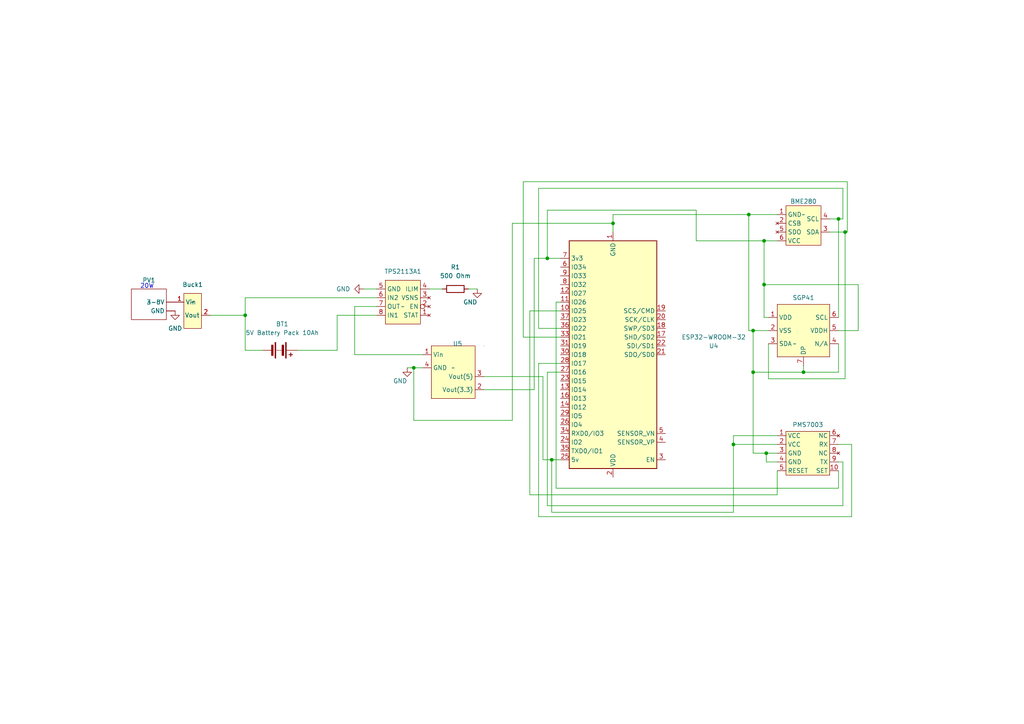
<source format=kicad_sch>
(kicad_sch (version 20230121) (generator eeschema)

  (uuid e7bc662e-c99b-43ba-a32b-4685e210c1bb)

  (paper "A4")

  (lib_symbols
    (symbol "Device:Battery" (pin_numbers hide) (pin_names (offset 0) hide) (in_bom yes) (on_board yes)
      (property "Reference" "BT" (at 2.54 2.54 0)
        (effects (font (size 1.27 1.27)) (justify left))
      )
      (property "Value" "Battery" (at 2.54 0 0)
        (effects (font (size 1.27 1.27)) (justify left))
      )
      (property "Footprint" "" (at 0 1.524 90)
        (effects (font (size 1.27 1.27)) hide)
      )
      (property "Datasheet" "~" (at 0 1.524 90)
        (effects (font (size 1.27 1.27)) hide)
      )
      (property "ki_keywords" "batt voltage-source cell" (at 0 0 0)
        (effects (font (size 1.27 1.27)) hide)
      )
      (property "ki_description" "Multiple-cell battery" (at 0 0 0)
        (effects (font (size 1.27 1.27)) hide)
      )
      (symbol "Battery_0_1"
        (rectangle (start -2.286 -1.27) (end 2.286 -1.524)
          (stroke (width 0) (type default))
          (fill (type outline))
        )
        (rectangle (start -2.286 1.778) (end 2.286 1.524)
          (stroke (width 0) (type default))
          (fill (type outline))
        )
        (rectangle (start -1.524 -2.032) (end 1.524 -2.54)
          (stroke (width 0) (type default))
          (fill (type outline))
        )
        (rectangle (start -1.524 1.016) (end 1.524 0.508)
          (stroke (width 0) (type default))
          (fill (type outline))
        )
        (polyline
          (pts
            (xy 0 -1.016)
            (xy 0 -0.762)
          )
          (stroke (width 0) (type default))
          (fill (type none))
        )
        (polyline
          (pts
            (xy 0 -0.508)
            (xy 0 -0.254)
          )
          (stroke (width 0) (type default))
          (fill (type none))
        )
        (polyline
          (pts
            (xy 0 0)
            (xy 0 0.254)
          )
          (stroke (width 0) (type default))
          (fill (type none))
        )
        (polyline
          (pts
            (xy 0 1.778)
            (xy 0 2.54)
          )
          (stroke (width 0) (type default))
          (fill (type none))
        )
        (polyline
          (pts
            (xy 0.762 3.048)
            (xy 1.778 3.048)
          )
          (stroke (width 0.254) (type default))
          (fill (type none))
        )
        (polyline
          (pts
            (xy 1.27 3.556)
            (xy 1.27 2.54)
          )
          (stroke (width 0.254) (type default))
          (fill (type none))
        )
      )
      (symbol "Battery_1_1"
        (pin passive line (at 0 5.08 270) (length 2.54)
          (name "+" (effects (font (size 1.27 1.27))))
          (number "1" (effects (font (size 1.27 1.27))))
        )
        (pin passive line (at 0 -5.08 90) (length 2.54)
          (name "-" (effects (font (size 1.27 1.27))))
          (number "2" (effects (font (size 1.27 1.27))))
        )
      )
    )
    (symbol "Device:R" (pin_numbers hide) (pin_names (offset 0)) (in_bom yes) (on_board yes)
      (property "Reference" "R" (at 2.032 0 90)
        (effects (font (size 1.27 1.27)))
      )
      (property "Value" "R" (at 0 0 90)
        (effects (font (size 1.27 1.27)))
      )
      (property "Footprint" "" (at -1.778 0 90)
        (effects (font (size 1.27 1.27)) hide)
      )
      (property "Datasheet" "~" (at 0 0 0)
        (effects (font (size 1.27 1.27)) hide)
      )
      (property "ki_keywords" "R res resistor" (at 0 0 0)
        (effects (font (size 1.27 1.27)) hide)
      )
      (property "ki_description" "Resistor" (at 0 0 0)
        (effects (font (size 1.27 1.27)) hide)
      )
      (property "ki_fp_filters" "R_*" (at 0 0 0)
        (effects (font (size 1.27 1.27)) hide)
      )
      (symbol "R_0_1"
        (rectangle (start -1.016 -2.54) (end 1.016 2.54)
          (stroke (width 0.254) (type default))
          (fill (type none))
        )
      )
      (symbol "R_1_1"
        (pin passive line (at 0 3.81 270) (length 1.27)
          (name "~" (effects (font (size 1.27 1.27))))
          (number "1" (effects (font (size 1.27 1.27))))
        )
        (pin passive line (at 0 -3.81 90) (length 1.27)
          (name "~" (effects (font (size 1.27 1.27))))
          (number "2" (effects (font (size 1.27 1.27))))
        )
      )
    )
    (symbol "ESP32-WROOM-32_1" (in_bom yes) (on_board yes)
      (property "Reference" "U1" (at 1.27 -48.26 90)
        (effects (font (size 1.27 1.27)))
      )
      (property "Value" "ESP32-WROOM-32" (at -1.27 -49.53 90)
        (effects (font (size 1.27 1.27)))
      )
      (property "Footprint" "RF_Module:ESP32-WROOM-32" (at 0 -38.1 0)
        (effects (font (size 1.27 1.27)) hide)
      )
      (property "Datasheet" "https://www.espressif.com/sites/default/files/documentation/esp32-wroom-32_datasheet_en.pdf" (at -7.62 1.27 0)
        (effects (font (size 1.27 1.27)) hide)
      )
      (property "ki_keywords" "RF Radio BT ESP ESP32 Espressif onboard PCB antenna" (at 0 0 0)
        (effects (font (size 1.27 1.27)) hide)
      )
      (property "ki_description" "RF Module, ESP32-D0WDQ6 SoC, Wi-Fi 802.11b/g/n, Bluetooth, BLE, 32-bit, 2.7-3.6V, onboard antenna, SMD" (at 0 0 0)
        (effects (font (size 1.27 1.27)) hide)
      )
      (property "ki_fp_filters" "ESP32?WROOM?32*" (at 0 0 0)
        (effects (font (size 1.27 1.27)) hide)
      )
      (symbol "ESP32-WROOM-32_1_0_1"
        (rectangle (start -12.7 33.02) (end 12.7 -33.02)
          (stroke (width 0.254) (type default))
          (fill (type background))
        )
      )
      (symbol "ESP32-WROOM-32_1_1_1"
        (pin power_in line (at 0 -35.56 90) (length 2.54)
          (name "GND" (effects (font (size 1.27 1.27))))
          (number "1" (effects (font (size 1.27 1.27))))
        )
        (pin bidirectional line (at 15.24 -12.7 180) (length 2.54)
          (name "IO25" (effects (font (size 1.27 1.27))))
          (number "10" (effects (font (size 1.27 1.27))))
        )
        (pin bidirectional line (at 15.24 -15.24 180) (length 2.54)
          (name "IO26" (effects (font (size 1.27 1.27))))
          (number "11" (effects (font (size 1.27 1.27))))
        )
        (pin bidirectional line (at 15.24 -17.78 180) (length 2.54)
          (name "IO27" (effects (font (size 1.27 1.27))))
          (number "12" (effects (font (size 1.27 1.27))))
        )
        (pin bidirectional line (at 15.24 10.16 180) (length 2.54)
          (name "IO14" (effects (font (size 1.27 1.27))))
          (number "13" (effects (font (size 1.27 1.27))))
        )
        (pin bidirectional line (at 15.24 15.24 180) (length 2.54)
          (name "IO12" (effects (font (size 1.27 1.27))))
          (number "14" (effects (font (size 1.27 1.27))))
        )
        (pin passive line (at 0 -35.56 90) (length 2.54) hide
          (name "GND" (effects (font (size 1.27 1.27))))
          (number "15" (effects (font (size 1.27 1.27))))
        )
        (pin bidirectional line (at 15.24 12.7 180) (length 2.54)
          (name "IO13" (effects (font (size 1.27 1.27))))
          (number "16" (effects (font (size 1.27 1.27))))
        )
        (pin bidirectional line (at -15.24 -5.08 0) (length 2.54)
          (name "SHD/SD2" (effects (font (size 1.27 1.27))))
          (number "17" (effects (font (size 1.27 1.27))))
        )
        (pin bidirectional line (at -15.24 -7.62 0) (length 2.54)
          (name "SWP/SD3" (effects (font (size 1.27 1.27))))
          (number "18" (effects (font (size 1.27 1.27))))
        )
        (pin bidirectional line (at -15.24 -12.7 0) (length 2.54)
          (name "SCS/CMD" (effects (font (size 1.27 1.27))))
          (number "19" (effects (font (size 1.27 1.27))))
        )
        (pin power_in line (at 0 35.56 270) (length 2.54)
          (name "VDD" (effects (font (size 1.27 1.27))))
          (number "2" (effects (font (size 1.27 1.27))))
        )
        (pin bidirectional line (at -15.24 -10.16 0) (length 2.54)
          (name "SCK/CLK" (effects (font (size 1.27 1.27))))
          (number "20" (effects (font (size 1.27 1.27))))
        )
        (pin bidirectional line (at -15.24 0 0) (length 2.54)
          (name "SDO/SD0" (effects (font (size 1.27 1.27))))
          (number "21" (effects (font (size 1.27 1.27))))
        )
        (pin bidirectional line (at -15.24 -2.54 0) (length 2.54)
          (name "SDI/SD1" (effects (font (size 1.27 1.27))))
          (number "22" (effects (font (size 1.27 1.27))))
        )
        (pin bidirectional line (at 15.24 7.62 180) (length 2.54)
          (name "IO15" (effects (font (size 1.27 1.27))))
          (number "23" (effects (font (size 1.27 1.27))))
        )
        (pin bidirectional line (at 15.24 25.4 180) (length 2.54)
          (name "IO2" (effects (font (size 1.27 1.27))))
          (number "24" (effects (font (size 1.27 1.27))))
        )
        (pin bidirectional line (at 15.24 30.48 180) (length 2.54)
          (name "5v" (effects (font (size 1.27 1.27))))
          (number "25" (effects (font (size 1.27 1.27))))
        )
        (pin bidirectional line (at 15.24 20.32 180) (length 2.54)
          (name "IO4" (effects (font (size 1.27 1.27))))
          (number "26" (effects (font (size 1.27 1.27))))
        )
        (pin bidirectional line (at 15.24 5.08 180) (length 2.54)
          (name "IO16" (effects (font (size 1.27 1.27))))
          (number "27" (effects (font (size 1.27 1.27))))
        )
        (pin bidirectional line (at 15.24 2.54 180) (length 2.54)
          (name "IO17" (effects (font (size 1.27 1.27))))
          (number "28" (effects (font (size 1.27 1.27))))
        )
        (pin bidirectional line (at 15.24 17.78 180) (length 2.54)
          (name "IO5" (effects (font (size 1.27 1.27))))
          (number "29" (effects (font (size 1.27 1.27))))
        )
        (pin input line (at -15.24 30.48 0) (length 2.54)
          (name "EN" (effects (font (size 1.27 1.27))))
          (number "3" (effects (font (size 1.27 1.27))))
        )
        (pin bidirectional line (at 15.24 0 180) (length 2.54)
          (name "IO18" (effects (font (size 1.27 1.27))))
          (number "30" (effects (font (size 1.27 1.27))))
        )
        (pin bidirectional line (at 15.24 -2.54 180) (length 2.54)
          (name "IO19" (effects (font (size 1.27 1.27))))
          (number "31" (effects (font (size 1.27 1.27))))
        )
        (pin no_connect line (at -12.7 -27.94 0) (length 2.54) hide
          (name "NC" (effects (font (size 1.27 1.27))))
          (number "32" (effects (font (size 1.27 1.27))))
        )
        (pin bidirectional line (at 15.24 -5.08 180) (length 2.54)
          (name "IO21" (effects (font (size 1.27 1.27))))
          (number "33" (effects (font (size 1.27 1.27))))
        )
        (pin bidirectional line (at 15.24 22.86 180) (length 2.54)
          (name "RXD0/IO3" (effects (font (size 1.27 1.27))))
          (number "34" (effects (font (size 1.27 1.27))))
        )
        (pin bidirectional line (at 15.24 27.94 180) (length 2.54)
          (name "TXD0/IO1" (effects (font (size 1.27 1.27))))
          (number "35" (effects (font (size 1.27 1.27))))
        )
        (pin bidirectional line (at 15.24 -7.62 180) (length 2.54)
          (name "IO22" (effects (font (size 1.27 1.27))))
          (number "36" (effects (font (size 1.27 1.27))))
        )
        (pin bidirectional line (at 15.24 -10.16 180) (length 2.54)
          (name "IO23" (effects (font (size 1.27 1.27))))
          (number "37" (effects (font (size 1.27 1.27))))
        )
        (pin passive line (at 0 -35.56 90) (length 2.54) hide
          (name "GND" (effects (font (size 1.27 1.27))))
          (number "38" (effects (font (size 1.27 1.27))))
        )
        (pin passive line (at 0 -35.56 90) (length 2.54) hide
          (name "GND" (effects (font (size 1.27 1.27))))
          (number "39" (effects (font (size 1.27 1.27))))
        )
        (pin input line (at -15.24 25.4 0) (length 2.54)
          (name "SENSOR_VP" (effects (font (size 1.27 1.27))))
          (number "4" (effects (font (size 1.27 1.27))))
        )
        (pin input line (at -15.24 22.86 0) (length 2.54)
          (name "SENSOR_VN" (effects (font (size 1.27 1.27))))
          (number "5" (effects (font (size 1.27 1.27))))
        )
        (pin input line (at 15.24 -25.4 180) (length 2.54)
          (name "IO34" (effects (font (size 1.27 1.27))))
          (number "6" (effects (font (size 1.27 1.27))))
        )
        (pin bidirectional line (at 15.24 -27.94 180) (length 2.54)
          (name "3v3" (effects (font (size 1.27 1.27))))
          (number "7" (effects (font (size 1.27 1.27))))
        )
        (pin bidirectional line (at 15.24 -20.32 180) (length 2.54)
          (name "IO32" (effects (font (size 1.27 1.27))))
          (number "8" (effects (font (size 1.27 1.27))))
        )
        (pin bidirectional line (at 15.24 -22.86 180) (length 2.54)
          (name "IO33" (effects (font (size 1.27 1.27))))
          (number "9" (effects (font (size 1.27 1.27))))
        )
      )
    )
    (symbol "New_Library:buck" (in_bom yes) (on_board yes)
      (property "Reference" "U" (at 0 3.81 0)
        (effects (font (size 1.27 1.27)))
      )
      (property "Value" "" (at 0 0 0)
        (effects (font (size 1.27 1.27)))
      )
      (property "Footprint" "" (at 0 0 0)
        (effects (font (size 1.27 1.27)) hide)
      )
      (property "Datasheet" "" (at 0 0 0)
        (effects (font (size 1.27 1.27)) hide)
      )
      (symbol "buck_1_1"
        (rectangle (start -2.54 2.54) (end 2.54 -7.62)
          (stroke (width 0) (type default))
          (fill (type background))
        )
        (pin input line (at -5.08 0 0) (length 2.54)
          (name "Vin" (effects (font (size 1.27 1.27))))
          (number "1" (effects (font (size 1.27 1.27))))
        )
        (pin output line (at 5.08 -3.81 180) (length 2.54)
          (name "Vout" (effects (font (size 1.27 1.27))))
          (number "2" (effects (font (size 1.27 1.27))))
        )
      )
    )
    (symbol "New_Library:tsp2113apw" (in_bom yes) (on_board yes)
      (property "Reference" "U" (at 0 6.35 0)
        (effects (font (size 1.27 1.27)))
      )
      (property "Value" "" (at 0 0 0)
        (effects (font (size 1.27 1.27)))
      )
      (property "Footprint" "" (at 0 0 0)
        (effects (font (size 1.27 1.27)) hide)
      )
      (property "Datasheet" "" (at 0 0 0)
        (effects (font (size 1.27 1.27)) hide)
      )
      (symbol "tsp2113apw_1_1"
        (rectangle (start -5.08 5.08) (end 5.08 -7.62)
          (stroke (width 0) (type default))
          (fill (type background))
        )
        (pin no_connect line (at -7.62 2.54 0) (length 2.54)
          (name "STAT" (effects (font (size 1.27 1.27))))
          (number "1" (effects (font (size 1.27 1.27))))
        )
        (pin no_connect inverted (at -7.62 0 0) (length 2.54)
          (name "EN" (effects (font (size 1.27 1.27))))
          (number "2" (effects (font (size 1.27 1.27))))
        )
        (pin no_connect line (at -7.62 -2.54 0) (length 2.54)
          (name "VSNS" (effects (font (size 1.27 1.27))))
          (number "3" (effects (font (size 1.27 1.27))))
        )
        (pin input line (at -7.62 -5.08 0) (length 2.54)
          (name "ILIM" (effects (font (size 1.27 1.27))))
          (number "4" (effects (font (size 1.27 1.27))))
        )
        (pin power_in line (at 7.62 -5.08 180) (length 2.54)
          (name "GND" (effects (font (size 1.27 1.27))))
          (number "5" (effects (font (size 1.27 1.27))))
        )
        (pin power_in line (at 7.62 -2.54 180) (length 2.54)
          (name "IN2" (effects (font (size 1.27 1.27))))
          (number "6" (effects (font (size 1.27 1.27))))
        )
        (pin power_out line (at 7.62 0 180) (length 2.54)
          (name "OUT" (effects (font (size 1.27 1.27))))
          (number "7" (effects (font (size 1.27 1.27))))
        )
        (pin power_in line (at 7.62 2.54 180) (length 2.54)
          (name "IN1" (effects (font (size 1.27 1.27))))
          (number "8" (effects (font (size 1.27 1.27))))
        )
      )
    )
    (symbol "Solar_Panel_1" (in_bom yes) (on_board yes)
      (property "Reference" "PV" (at 0 7.62 0)
        (effects (font (size 1.27 1.27)))
      )
      (property "Value" "~" (at 0 0 0)
        (effects (font (size 1.27 1.27)))
      )
      (property "Footprint" "" (at 0 0 0)
        (effects (font (size 1.27 1.27)) hide)
      )
      (property "Datasheet" "" (at 0 0 0)
        (effects (font (size 1.27 1.27)) hide)
      )
      (symbol "Solar_Panel_1_0_1"
        (rectangle (start -5.08 3.81) (end 5.08 -5.08)
          (stroke (width 0) (type default))
          (fill (type none))
        )
      )
      (symbol "Solar_Panel_1_1_1"
        (pin power_out line (at 7.62 0 180) (length 2.54)
          (name "3-8V" (effects (font (size 1.27 1.27))))
          (number "" (effects (font (size 1.27 1.27))))
        )
        (pin power_out line (at 7.62 -2.54 180) (length 2.54)
          (name "GND" (effects (font (size 1.27 1.27))))
          (number "" (effects (font (size 1.27 1.27))))
        )
      )
    )
    (symbol "outdoor module:HW-131" (in_bom yes) (on_board yes)
      (property "Reference" "U" (at 0 7.62 0)
        (effects (font (size 1.27 1.27)))
      )
      (property "Value" "" (at 0 0 0)
        (effects (font (size 1.27 1.27)))
      )
      (property "Footprint" "" (at 0 0 0)
        (effects (font (size 1.27 1.27)) hide)
      )
      (property "Datasheet" "" (at 0 0 0)
        (effects (font (size 1.27 1.27)) hide)
      )
      (symbol "HW-131_0_1"
        (rectangle (start 8.89 6.35) (end 8.89 6.35)
          (stroke (width 0) (type default))
          (fill (type none))
        )
      )
      (symbol "HW-131_1_1"
        (rectangle (start -6.35 6.35) (end 6.35 -8.89)
          (stroke (width 0) (type default))
          (fill (type background))
        )
        (pin power_in line (at -8.89 3.81 0) (length 2.54)
          (name "Vin" (effects (font (size 1.27 1.27))))
          (number "1" (effects (font (size 1.27 1.27))))
        )
        (pin power_out line (at 8.89 -6.35 180) (length 2.54)
          (name "Vout(3.3)" (effects (font (size 1.27 1.27))))
          (number "2" (effects (font (size 1.27 1.27))))
        )
        (pin power_out line (at 8.89 -2.54 180) (length 2.54)
          (name "Vout(5)" (effects (font (size 1.27 1.27))))
          (number "3" (effects (font (size 1.27 1.27))))
        )
        (pin input line (at -8.89 0 0) (length 2.54)
          (name "GND" (effects (font (size 1.27 1.27))))
          (number "4" (effects (font (size 1.27 1.27))))
        )
      )
    )
    (symbol "outdoor module:PMS7003" (in_bom yes) (on_board yes)
      (property "Reference" "U" (at 0 5.08 0)
        (effects (font (size 1.27 1.27)))
      )
      (property "Value" "PMS7003" (at 0 0 0)
        (effects (font (size 1.27 1.27)))
      )
      (property "Footprint" "" (at 0 0 0)
        (effects (font (size 1.27 1.27)) hide)
      )
      (property "Datasheet" "" (at 0 0 0)
        (effects (font (size 1.27 1.27)) hide)
      )
      (symbol "PMS7003_1_1"
        (rectangle (start -6.35 3.81) (end 6.35 -8.89)
          (stroke (width 0) (type default))
          (fill (type background))
        )
        (pin power_in line (at -8.89 2.54 0) (length 2.54)
          (name "VCC" (effects (font (size 1.27 1.27))))
          (number "1" (effects (font (size 1.27 1.27))))
        )
        (pin input line (at 8.89 -7.62 180) (length 2.54)
          (name "SET" (effects (font (size 1.27 1.27))))
          (number "10" (effects (font (size 1.27 1.27))))
        )
        (pin power_in line (at -8.89 0 0) (length 2.54)
          (name "VCC" (effects (font (size 1.27 1.27))))
          (number "2" (effects (font (size 1.27 1.27))))
        )
        (pin power_in line (at -8.89 -2.54 0) (length 2.54)
          (name "GND" (effects (font (size 1.27 1.27))))
          (number "3" (effects (font (size 1.27 1.27))))
        )
        (pin power_in line (at -8.89 -5.08 0) (length 2.54)
          (name "GND" (effects (font (size 1.27 1.27))))
          (number "4" (effects (font (size 1.27 1.27))))
        )
        (pin input line (at -8.89 -7.62 0) (length 2.54)
          (name "RESET" (effects (font (size 1.27 1.27))))
          (number "5" (effects (font (size 1.27 1.27))))
        )
        (pin no_connect line (at 8.89 2.54 180) (length 2.54)
          (name "NC" (effects (font (size 1.27 1.27))))
          (number "6" (effects (font (size 1.27 1.27))))
        )
        (pin input line (at 8.89 0 180) (length 2.54)
          (name "RX" (effects (font (size 1.27 1.27))))
          (number "7" (effects (font (size 1.27 1.27))))
        )
        (pin no_connect line (at 8.89 -2.54 180) (length 2.54)
          (name "NC" (effects (font (size 1.27 1.27))))
          (number "8" (effects (font (size 1.27 1.27))))
        )
        (pin output line (at 8.89 -5.08 180) (length 2.54)
          (name "TX" (effects (font (size 1.27 1.27))))
          (number "9" (effects (font (size 1.27 1.27))))
        )
      )
    )
    (symbol "outdoor module:bme280" (in_bom yes) (on_board yes)
      (property "Reference" "U" (at 0 3.81 0)
        (effects (font (size 1.27 1.27)))
      )
      (property "Value" "" (at 0 0 0)
        (effects (font (size 1.27 1.27)))
      )
      (property "Footprint" "" (at 0 0 0)
        (effects (font (size 1.27 1.27)) hide)
      )
      (property "Datasheet" "" (at 0 0 0)
        (effects (font (size 1.27 1.27)) hide)
      )
      (symbol "bme280_1_1"
        (rectangle (start -5.08 2.54) (end 5.08 -8.89)
          (stroke (width 0) (type default))
          (fill (type background))
        )
        (pin power_in line (at -7.62 0 0) (length 2.54)
          (name "GND" (effects (font (size 1.27 1.27))))
          (number "1" (effects (font (size 1.27 1.27))))
        )
        (pin no_connect line (at -7.62 -2.54 0) (length 2.54)
          (name "CSB" (effects (font (size 1.27 1.27))))
          (number "2" (effects (font (size 1.27 1.27))))
        )
        (pin bidirectional line (at 7.62 -5.08 180) (length 2.54)
          (name "SDA" (effects (font (size 1.27 1.27))))
          (number "3" (effects (font (size 1.27 1.27))))
        )
        (pin input line (at 7.62 -1.27 180) (length 2.54)
          (name "SCL" (effects (font (size 1.27 1.27))))
          (number "4" (effects (font (size 1.27 1.27))))
        )
        (pin no_connect line (at -7.62 -5.08 0) (length 2.54)
          (name "SDO" (effects (font (size 1.27 1.27))))
          (number "5" (effects (font (size 1.27 1.27))))
        )
        (pin power_in line (at -7.62 -7.62 0) (length 2.54)
          (name "VCC" (effects (font (size 1.27 1.27))))
          (number "6" (effects (font (size 1.27 1.27))))
        )
      )
    )
    (symbol "outdoor module:spg41" (in_bom yes) (on_board yes)
      (property "Reference" "U" (at 0 8.89 0)
        (effects (font (size 1.27 1.27)))
      )
      (property "Value" "" (at -2.54 -3.81 0)
        (effects (font (size 1.27 1.27)))
      )
      (property "Footprint" "" (at -2.54 -3.81 0)
        (effects (font (size 1.27 1.27)) hide)
      )
      (property "Datasheet" "" (at -2.54 -3.81 0)
        (effects (font (size 1.27 1.27)) hide)
      )
      (symbol "spg41_1_1"
        (rectangle (start -7.62 7.62) (end 7.62 -7.62)
          (stroke (width 0) (type default))
          (fill (type background))
        )
        (pin power_in line (at -10.16 3.81 0) (length 2.54)
          (name "VDD" (effects (font (size 1.27 1.27))))
          (number "1" (effects (font (size 1.27 1.27))))
        )
        (pin power_in line (at -10.16 0 0) (length 2.54)
          (name "VSS" (effects (font (size 1.27 1.27))))
          (number "2" (effects (font (size 1.27 1.27))))
        )
        (pin bidirectional line (at -10.16 -3.81 0) (length 2.54)
          (name "SDA" (effects (font (size 1.27 1.27))))
          (number "3" (effects (font (size 1.27 1.27))))
        )
        (pin power_in line (at 10.16 -3.81 180) (length 2.54)
          (name "N/A" (effects (font (size 1.27 1.27))))
          (number "4" (effects (font (size 1.27 1.27))))
        )
        (pin power_in line (at 10.16 0 180) (length 2.54)
          (name "VDDH" (effects (font (size 1.27 1.27))))
          (number "5" (effects (font (size 1.27 1.27))))
        )
        (pin input line (at 10.16 3.81 180) (length 2.54)
          (name "SCL" (effects (font (size 1.27 1.27))))
          (number "6" (effects (font (size 1.27 1.27))))
        )
        (pin power_in line (at 0 -10.16 90) (length 2.54)
          (name "DP" (effects (font (size 1.27 1.27))))
          (number "7" (effects (font (size 1.27 1.27))))
        )
      )
    )
    (symbol "power:GND" (power) (pin_names (offset 0)) (in_bom yes) (on_board yes)
      (property "Reference" "#PWR" (at 0 -6.35 0)
        (effects (font (size 1.27 1.27)) hide)
      )
      (property "Value" "GND" (at 0 -3.81 0)
        (effects (font (size 1.27 1.27)))
      )
      (property "Footprint" "" (at 0 0 0)
        (effects (font (size 1.27 1.27)) hide)
      )
      (property "Datasheet" "" (at 0 0 0)
        (effects (font (size 1.27 1.27)) hide)
      )
      (property "ki_keywords" "global power" (at 0 0 0)
        (effects (font (size 1.27 1.27)) hide)
      )
      (property "ki_description" "Power symbol creates a global label with name \"GND\" , ground" (at 0 0 0)
        (effects (font (size 1.27 1.27)) hide)
      )
      (symbol "GND_0_1"
        (polyline
          (pts
            (xy 0 0)
            (xy 0 -1.27)
            (xy 1.27 -1.27)
            (xy 0 -2.54)
            (xy -1.27 -1.27)
            (xy 0 -1.27)
          )
          (stroke (width 0) (type default))
          (fill (type none))
        )
      )
      (symbol "GND_1_1"
        (pin power_in line (at 0 0 270) (length 0) hide
          (name "GND" (effects (font (size 1.27 1.27))))
          (number "1" (effects (font (size 1.27 1.27))))
        )
      )
    )
  )

  (junction (at 243.205 63.5) (diameter 0) (color 0 0 0 0)
    (uuid 00f16cc5-fd80-4693-9c60-808b18f511ff)
  )
  (junction (at 120.015 106.68) (diameter 0) (color 0 0 0 0)
    (uuid 2540f06b-baff-4d8e-8966-3922f59cc017)
  )
  (junction (at 177.8 64.77) (diameter 0) (color 0 0 0 0)
    (uuid 299feb18-9c4c-4669-a7b8-eb3896a0fc1a)
  )
  (junction (at 245.11 67.31) (diameter 0) (color 0 0 0 0)
    (uuid 4321876b-629c-42c5-88f3-5595f9d0d4ad)
  )
  (junction (at 218.44 95.885) (diameter 0) (color 0 0 0 0)
    (uuid 4b133348-56f0-412a-9639-47322552529a)
  )
  (junction (at 221.615 69.85) (diameter 0) (color 0 0 0 0)
    (uuid 57a85408-f087-4eef-9c4d-a0e2b55fdf07)
  )
  (junction (at 218.44 107.95) (diameter 0) (color 0 0 0 0)
    (uuid 7d901c57-57a2-4cc2-8315-99ff113d308e)
  )
  (junction (at 160.02 133.35) (diameter 0) (color 0 0 0 0)
    (uuid 7effcd81-98d4-42bb-9771-65dc51b02c86)
  )
  (junction (at 158.75 74.93) (diameter 0) (color 0 0 0 0)
    (uuid 8b2803fc-fa56-436f-a5b7-d64714a996a3)
  )
  (junction (at 212.725 128.905) (diameter 0) (color 0 0 0 0)
    (uuid 8e4f6de9-fe55-4bb8-a091-c6dfb41e6ca7)
  )
  (junction (at 222.25 131.445) (diameter 0) (color 0 0 0 0)
    (uuid 9e211415-6d19-451f-926d-839cbee42542)
  )
  (junction (at 233.045 107.95) (diameter 0) (color 0 0 0 0)
    (uuid a9c61fe4-6133-4e6f-ae58-46bad5207ba1)
  )
  (junction (at 221.615 82.55) (diameter 0) (color 0 0 0 0)
    (uuid b7bee8ba-09e2-4829-a5ec-5b50ab375e7c)
  )
  (junction (at 71.12 91.44) (diameter 0) (color 0 0 0 0)
    (uuid be6f6a81-529e-4e96-804e-7ebd5b27f84d)
  )
  (junction (at 217.17 62.23) (diameter 0) (color 0 0 0 0)
    (uuid fbdcd568-4b27-4c4b-a624-46fa71171e5c)
  )

  (wire (pts (xy 105.41 83.82) (xy 109.22 83.82))
    (stroke (width 0) (type default))
    (uuid 016f3035-4a4e-4505-a24e-532023e7b534)
  )
  (wire (pts (xy 244.475 54.61) (xy 244.475 63.5))
    (stroke (width 0) (type default))
    (uuid 020ffc86-0867-4192-9bc2-05efbcd679a4)
  )
  (wire (pts (xy 247.015 149.86) (xy 247.015 128.905))
    (stroke (width 0) (type default))
    (uuid 02e35ffb-5574-4d72-82de-1ec132d2d8a4)
  )
  (wire (pts (xy 151.765 52.705) (xy 245.745 52.705))
    (stroke (width 0) (type default))
    (uuid 06641d54-d46a-4f9e-9676-53d124f4f1d8)
  )
  (wire (pts (xy 177.8 64.77) (xy 177.8 67.31))
    (stroke (width 0) (type default))
    (uuid 0edf3c1c-26aa-4961-b2b2-5a516501300e)
  )
  (wire (pts (xy 135.89 83.82) (xy 138.43 83.82))
    (stroke (width 0) (type default))
    (uuid 10b11a7c-ae31-4d77-bf44-bee39f860bdb)
  )
  (wire (pts (xy 218.44 95.885) (xy 217.17 95.885))
    (stroke (width 0) (type default))
    (uuid 11d6410b-466e-4ee3-882e-9912e5eef58e)
  )
  (wire (pts (xy 221.615 82.55) (xy 221.615 69.85))
    (stroke (width 0) (type default))
    (uuid 15739b9a-aa59-4923-adc4-c5d11c736e56)
  )
  (wire (pts (xy 158.75 60.96) (xy 158.75 74.93))
    (stroke (width 0) (type default))
    (uuid 15c378bb-7806-49f0-8b4d-da811aee5da9)
  )
  (wire (pts (xy 225.425 133.985) (xy 222.25 133.985))
    (stroke (width 0) (type default))
    (uuid 19a40033-0f16-4cf5-8066-44fb262ec7b9)
  )
  (wire (pts (xy 243.205 95.885) (xy 248.92 95.885))
    (stroke (width 0) (type default))
    (uuid 19f06e6a-f942-4423-bb72-d13603021b09)
  )
  (wire (pts (xy 222.25 131.445) (xy 218.44 131.445))
    (stroke (width 0) (type default))
    (uuid 1e6471d6-35b1-47a3-848c-1e5e91045c73)
  )
  (wire (pts (xy 233.045 106.045) (xy 233.045 107.95))
    (stroke (width 0) (type default))
    (uuid 2476072b-5106-4c00-9d90-cb251ebdc61f)
  )
  (wire (pts (xy 217.17 95.885) (xy 217.17 62.23))
    (stroke (width 0) (type default))
    (uuid 2524bac3-7bd3-45b6-9beb-67772ff92fe4)
  )
  (wire (pts (xy 157.48 133.35) (xy 160.02 133.35))
    (stroke (width 0) (type default))
    (uuid 26ec9e85-1dbc-4a39-aad4-f3dbc2974906)
  )
  (wire (pts (xy 71.12 101.6) (xy 76.2 101.6))
    (stroke (width 0) (type default))
    (uuid 27289bb4-86a7-427d-9680-7c776300f343)
  )
  (wire (pts (xy 151.765 97.79) (xy 151.765 52.705))
    (stroke (width 0) (type default))
    (uuid 27a9bbb0-834f-49e7-a93d-35569c9dfa14)
  )
  (wire (pts (xy 201.93 60.96) (xy 158.75 60.96))
    (stroke (width 0) (type default))
    (uuid 29e41488-3370-44fc-9de1-927bd262aa9b)
  )
  (wire (pts (xy 148.59 121.92) (xy 120.015 121.92))
    (stroke (width 0) (type default))
    (uuid 30213d5d-4cd0-4952-bae9-460200e731c7)
  )
  (wire (pts (xy 60.96 91.44) (xy 71.12 91.44))
    (stroke (width 0) (type default))
    (uuid 35c8e0cf-dcdd-4d94-81ff-4184b5970e51)
  )
  (wire (pts (xy 240.665 63.5) (xy 243.205 63.5))
    (stroke (width 0) (type default))
    (uuid 3bd255e4-3117-4511-98ba-02e284a1b003)
  )
  (wire (pts (xy 245.11 109.855) (xy 245.11 67.31))
    (stroke (width 0) (type default))
    (uuid 3f26f5e6-62ba-4a30-b066-44bc125f81f9)
  )
  (wire (pts (xy 102.87 88.9) (xy 109.22 88.9))
    (stroke (width 0) (type default))
    (uuid 42d7c3a7-4857-4928-8c8e-6b8b1a913e56)
  )
  (wire (pts (xy 243.205 136.525) (xy 243.205 141.605))
    (stroke (width 0) (type default))
    (uuid 49ab9b7f-7976-48a1-ab9d-ac01f2739ec3)
  )
  (wire (pts (xy 201.93 69.85) (xy 201.93 60.96))
    (stroke (width 0) (type default))
    (uuid 5505f251-a047-4d0a-b3cc-e06db22ab382)
  )
  (wire (pts (xy 244.475 133.985) (xy 244.475 146.685))
    (stroke (width 0) (type default))
    (uuid 550db327-f52f-4cee-a692-cb1051aa4cf3)
  )
  (wire (pts (xy 225.425 126.365) (xy 212.725 126.365))
    (stroke (width 0) (type default))
    (uuid 568da3e3-8e39-4c75-be69-10976777a918)
  )
  (wire (pts (xy 140.335 109.22) (xy 157.48 109.22))
    (stroke (width 0) (type default))
    (uuid 5a5e7ffd-478d-4571-b54d-ae4fc1c19dbf)
  )
  (wire (pts (xy 118.11 106.68) (xy 120.015 106.68))
    (stroke (width 0) (type default))
    (uuid 5e92caed-4340-4c3c-bb59-a16aa4a64f61)
  )
  (wire (pts (xy 217.17 62.23) (xy 177.8 62.23))
    (stroke (width 0) (type default))
    (uuid 62f309cd-1713-4f61-b3a5-10a2cdfb6072)
  )
  (wire (pts (xy 221.615 92.075) (xy 221.615 82.55))
    (stroke (width 0) (type default))
    (uuid 6322c8f0-2d4a-4add-937d-70c22fc5c40e)
  )
  (wire (pts (xy 222.25 133.985) (xy 222.25 131.445))
    (stroke (width 0) (type default))
    (uuid 65cdc8d9-1436-47ff-9cf2-feb4cb18477c)
  )
  (wire (pts (xy 225.425 143.51) (xy 153.67 143.51))
    (stroke (width 0) (type default))
    (uuid 68dcec77-1c01-4054-af1e-841be18c66a7)
  )
  (wire (pts (xy 156.21 95.25) (xy 156.21 54.61))
    (stroke (width 0) (type default))
    (uuid 69c545c3-cc14-4201-b4a4-4f1499cd3019)
  )
  (wire (pts (xy 156.21 149.86) (xy 247.015 149.86))
    (stroke (width 0) (type default))
    (uuid 69efd06b-0808-45de-8a1f-d45fbc42ea8d)
  )
  (wire (pts (xy 97.79 101.6) (xy 97.79 91.44))
    (stroke (width 0) (type default))
    (uuid 6cc1aa8d-5695-4abe-a141-00550fee6ff8)
  )
  (wire (pts (xy 177.8 62.23) (xy 177.8 64.77))
    (stroke (width 0) (type default))
    (uuid 6d179ff2-ab83-428e-9e99-1c7fb9f79c7c)
  )
  (wire (pts (xy 161.29 87.63) (xy 162.56 87.63))
    (stroke (width 0) (type default))
    (uuid 6e938a77-5284-4d01-b812-3708d404f69b)
  )
  (wire (pts (xy 247.015 128.905) (xy 243.205 128.905))
    (stroke (width 0) (type default))
    (uuid 6fa6c902-641b-4792-a720-17de3fe5e66b)
  )
  (wire (pts (xy 248.92 82.55) (xy 221.615 82.55))
    (stroke (width 0) (type default))
    (uuid 7591008e-b1a9-4bc0-95c9-f5de4b407d7c)
  )
  (wire (pts (xy 243.205 107.95) (xy 233.045 107.95))
    (stroke (width 0) (type default))
    (uuid 78c93c0b-5d78-45ea-96c1-b0d0511a9e21)
  )
  (wire (pts (xy 225.425 136.525) (xy 225.425 143.51))
    (stroke (width 0) (type default))
    (uuid 7ab7647a-caaa-494b-bcbd-748c1cfd5871)
  )
  (wire (pts (xy 71.12 91.44) (xy 71.12 101.6))
    (stroke (width 0) (type default))
    (uuid 7b0e90e3-51dd-406c-bbaf-ceaa58c1fa0a)
  )
  (wire (pts (xy 86.36 101.6) (xy 97.79 101.6))
    (stroke (width 0) (type default))
    (uuid 7e49dfbe-5d63-468a-a33b-5c801147ceb1)
  )
  (wire (pts (xy 243.205 141.605) (xy 161.29 141.605))
    (stroke (width 0) (type default))
    (uuid 829b523e-7a16-4869-b480-2cccca941304)
  )
  (wire (pts (xy 222.885 92.075) (xy 221.615 92.075))
    (stroke (width 0) (type default))
    (uuid 87551efc-bf64-4e2b-ad17-29a08b261584)
  )
  (wire (pts (xy 154.94 74.93) (xy 158.75 74.93))
    (stroke (width 0) (type default))
    (uuid 8b8512ec-79a5-4500-810f-22666a95f156)
  )
  (wire (pts (xy 102.87 102.87) (xy 102.87 88.9))
    (stroke (width 0) (type default))
    (uuid 8c081c01-daff-482d-876e-93a1b7aaf9bc)
  )
  (wire (pts (xy 71.12 86.36) (xy 71.12 91.44))
    (stroke (width 0) (type default))
    (uuid 8ce0d44f-40ee-4eeb-b94f-f6890cc37b4e)
  )
  (wire (pts (xy 222.885 109.855) (xy 245.11 109.855))
    (stroke (width 0) (type default))
    (uuid 9099c6a6-d916-4e50-bd0b-fd0b68f097c1)
  )
  (wire (pts (xy 158.75 146.685) (xy 158.75 107.95))
    (stroke (width 0) (type default))
    (uuid 91de77b1-06da-4bd4-b431-1822ad618518)
  )
  (wire (pts (xy 158.75 107.95) (xy 162.56 107.95))
    (stroke (width 0) (type default))
    (uuid 99a73aa2-36f8-4b3c-8e55-70ce261de403)
  )
  (wire (pts (xy 160.02 133.35) (xy 162.56 133.35))
    (stroke (width 0) (type default))
    (uuid 9a7bf658-455b-4bac-bbc5-a264bd7e102b)
  )
  (wire (pts (xy 222.885 99.695) (xy 222.885 109.855))
    (stroke (width 0) (type default))
    (uuid 9bdb3df9-887d-4ffb-8e21-22aa045d146d)
  )
  (wire (pts (xy 148.59 64.77) (xy 177.8 64.77))
    (stroke (width 0) (type default))
    (uuid 9d4bf5fd-e4d5-49f6-8d20-db02d4dce989)
  )
  (wire (pts (xy 243.205 99.695) (xy 243.205 107.95))
    (stroke (width 0) (type default))
    (uuid a5d53ced-32a6-40f9-9847-85e6232c713b)
  )
  (wire (pts (xy 218.44 107.95) (xy 218.44 95.885))
    (stroke (width 0) (type default))
    (uuid a60186cf-ed13-459f-8f2d-c04d11d526a5)
  )
  (wire (pts (xy 243.205 63.5) (xy 244.475 63.5))
    (stroke (width 0) (type default))
    (uuid a6260349-9fb8-40b6-80cd-96f7677f752f)
  )
  (wire (pts (xy 156.21 54.61) (xy 244.475 54.61))
    (stroke (width 0) (type default))
    (uuid a653560e-7079-4b12-8a38-e84a87f704a4)
  )
  (wire (pts (xy 156.21 105.41) (xy 156.21 149.86))
    (stroke (width 0) (type default))
    (uuid a6763a2a-7f7e-4803-84b1-b371ff862186)
  )
  (wire (pts (xy 212.725 128.905) (xy 212.725 148.59))
    (stroke (width 0) (type default))
    (uuid a9851310-4a4c-493d-b2f6-e3c9745dcecd)
  )
  (wire (pts (xy 245.11 67.31) (xy 240.665 67.31))
    (stroke (width 0) (type default))
    (uuid a9f20fbf-181b-45f0-b7b6-5105123de0b6)
  )
  (wire (pts (xy 162.56 97.79) (xy 151.765 97.79))
    (stroke (width 0) (type default))
    (uuid ab958b2e-8c30-408d-b00d-6a54f1311297)
  )
  (wire (pts (xy 212.725 148.59) (xy 160.02 148.59))
    (stroke (width 0) (type default))
    (uuid ae8bf7bc-7440-40bb-909c-b83997801130)
  )
  (wire (pts (xy 153.67 143.51) (xy 153.67 90.17))
    (stroke (width 0) (type default))
    (uuid b31e852c-6f13-4281-8cea-0f8f22a63d6b)
  )
  (wire (pts (xy 157.48 109.22) (xy 157.48 133.35))
    (stroke (width 0) (type default))
    (uuid b3aafa33-3049-409b-89d4-db2d21dbb2ca)
  )
  (wire (pts (xy 243.205 92.075) (xy 243.205 63.5))
    (stroke (width 0) (type default))
    (uuid b50b8981-7010-4a44-9fa1-b73aa19e147e)
  )
  (wire (pts (xy 225.425 131.445) (xy 222.25 131.445))
    (stroke (width 0) (type default))
    (uuid bcf4675a-2320-4f15-af2c-a5b37bfa6dae)
  )
  (wire (pts (xy 160.02 133.35) (xy 160.02 148.59))
    (stroke (width 0) (type default))
    (uuid bd05531f-e346-4292-a844-a7a076eb2071)
  )
  (wire (pts (xy 245.745 67.31) (xy 245.11 67.31))
    (stroke (width 0) (type default))
    (uuid bdefb12f-a614-46db-84b5-fb3a409c46b9)
  )
  (wire (pts (xy 162.56 95.25) (xy 156.21 95.25))
    (stroke (width 0) (type default))
    (uuid be91db78-0b02-4db5-a215-721e6df3db49)
  )
  (wire (pts (xy 97.79 91.44) (xy 109.22 91.44))
    (stroke (width 0) (type default))
    (uuid bfcb12ff-2826-4bd8-a40e-17e487c83264)
  )
  (wire (pts (xy 154.94 74.93) (xy 154.94 113.03))
    (stroke (width 0) (type default))
    (uuid c022a297-6fb2-4230-9e57-0c17f90a9cf9)
  )
  (wire (pts (xy 124.46 83.82) (xy 128.27 83.82))
    (stroke (width 0) (type default))
    (uuid c04dfd0b-3ec0-4759-94fb-da888a2ae110)
  )
  (wire (pts (xy 225.425 62.23) (xy 217.17 62.23))
    (stroke (width 0) (type default))
    (uuid c1fad813-7a17-450a-a516-498651e7e648)
  )
  (wire (pts (xy 218.44 131.445) (xy 218.44 107.95))
    (stroke (width 0) (type default))
    (uuid c2624864-c21d-4b7b-9557-af34382f1e97)
  )
  (wire (pts (xy 225.425 69.85) (xy 221.615 69.85))
    (stroke (width 0) (type default))
    (uuid c52f3b9f-0dd7-4f34-ab7c-6ab1517a08a5)
  )
  (wire (pts (xy 212.725 126.365) (xy 212.725 128.905))
    (stroke (width 0) (type default))
    (uuid cb06365c-1222-47b3-ac01-2d6dde0d8a59)
  )
  (wire (pts (xy 233.045 107.95) (xy 218.44 107.95))
    (stroke (width 0) (type default))
    (uuid ce8ea27b-ee2b-4969-925f-0e694d460f0d)
  )
  (wire (pts (xy 161.29 141.605) (xy 161.29 87.63))
    (stroke (width 0) (type default))
    (uuid cf871284-bbf2-48d0-9756-9213578e7227)
  )
  (wire (pts (xy 245.745 52.705) (xy 245.745 67.31))
    (stroke (width 0) (type default))
    (uuid d6a3fc24-f171-4211-a722-994fa077e1d8)
  )
  (wire (pts (xy 109.22 86.36) (xy 71.12 86.36))
    (stroke (width 0) (type default))
    (uuid da088ead-8ea7-4cf7-95c7-ff76627c90e1)
  )
  (wire (pts (xy 153.67 90.17) (xy 162.56 90.17))
    (stroke (width 0) (type default))
    (uuid dc5b4a0d-cd6d-48d2-87b5-ed5111be2e46)
  )
  (wire (pts (xy 221.615 69.85) (xy 201.93 69.85))
    (stroke (width 0) (type default))
    (uuid e725f30a-b378-4923-99c2-bb4998aa8d34)
  )
  (wire (pts (xy 120.015 106.68) (xy 122.555 106.68))
    (stroke (width 0) (type default))
    (uuid e74d1d87-fc49-4fe1-8f64-3147e46bd0be)
  )
  (wire (pts (xy 102.87 102.87) (xy 122.555 102.87))
    (stroke (width 0) (type default))
    (uuid e8c50157-7cf6-4af4-895c-371f6ea6e375)
  )
  (wire (pts (xy 225.425 128.905) (xy 212.725 128.905))
    (stroke (width 0) (type default))
    (uuid ec52a5f1-c358-4b85-a98f-71c26ccd1b3f)
  )
  (wire (pts (xy 248.92 95.885) (xy 248.92 82.55))
    (stroke (width 0) (type default))
    (uuid ed40ee1d-d465-4aac-9e33-f18d11a2254d)
  )
  (wire (pts (xy 222.885 95.885) (xy 218.44 95.885))
    (stroke (width 0) (type default))
    (uuid ef9ce66f-b491-4586-b472-2b58fe185608)
  )
  (wire (pts (xy 120.015 121.92) (xy 120.015 106.68))
    (stroke (width 0) (type default))
    (uuid f1ae6672-f32e-4359-a883-dd9d7a9530c7)
  )
  (wire (pts (xy 244.475 146.685) (xy 158.75 146.685))
    (stroke (width 0) (type default))
    (uuid f472925b-f4a2-4208-a973-a0d6e271787d)
  )
  (wire (pts (xy 140.335 113.03) (xy 154.94 113.03))
    (stroke (width 0) (type default))
    (uuid f70e6ff9-969c-44ad-adcf-9f60bab0b802)
  )
  (wire (pts (xy 158.75 74.93) (xy 162.56 74.93))
    (stroke (width 0) (type default))
    (uuid f8cd1ef8-5216-43e5-b0e6-8ef1f2f0f295)
  )
  (wire (pts (xy 243.205 133.985) (xy 244.475 133.985))
    (stroke (width 0) (type default))
    (uuid fa165b72-6570-48bb-a21e-5081a9b7994b)
  )
  (wire (pts (xy 148.59 64.77) (xy 148.59 121.92))
    (stroke (width 0) (type default))
    (uuid fa8999f6-e3fd-4815-b97c-ceb20688b60b)
  )
  (wire (pts (xy 162.56 105.41) (xy 156.21 105.41))
    (stroke (width 0) (type default))
    (uuid fb335d9b-3205-42a0-bbd5-11e7c7e7de53)
  )

  (text "20W" (at 40.64 83.82 0)
    (effects (font (face "KiCad Font") (size 1.27 1.27)) (justify left bottom))
    (uuid ca1026f2-c9da-41c8-87e5-5d1d16f9dc6c)
  )

  (symbol (lib_id "outdoor module:spg41") (at 233.045 95.885 0) (unit 1)
    (in_bom yes) (on_board yes) (dnp no)
    (uuid 17df2b83-1d9a-48fe-91f6-8d345e1168ee)
    (property "Reference" "SGP41" (at 233.045 86.36 0)
      (effects (font (size 1.27 1.27)))
    )
    (property "Value" "~" (at 230.505 99.695 0)
      (effects (font (size 1.27 1.27)))
    )
    (property "Footprint" "" (at 230.505 99.695 0)
      (effects (font (size 1.27 1.27)) hide)
    )
    (property "Datasheet" "" (at 230.505 99.695 0)
      (effects (font (size 1.27 1.27)) hide)
    )
    (pin "1" (uuid d289720d-f1a7-4eb4-a8ac-60679beff475))
    (pin "2" (uuid d620144e-2e8e-46d3-a104-208dc4e41939))
    (pin "3" (uuid d39ab30f-d342-4fe7-af37-7b67d4ac45a0))
    (pin "4" (uuid 53cc2518-e2e0-4389-a654-18ae2f590343))
    (pin "5" (uuid a1c66d53-9174-4425-b8d1-254d850c646d))
    (pin "6" (uuid 0952c621-f038-4fa0-a89c-c5aaec57e060))
    (pin "7" (uuid 540c92f1-e331-4efa-89a6-bcc0acc415c7))
    (instances
      (project "outdoor module wiring"
        (path "/e7bc662e-c99b-43ba-a32b-4685e210c1bb"
          (reference "SGP41") (unit 1)
        )
      )
    )
  )

  (symbol (lib_id "power:GND") (at 50.8 90.17 0) (unit 1)
    (in_bom yes) (on_board yes) (dnp no) (fields_autoplaced)
    (uuid 1edd5880-702c-4997-bf8f-542d2f950a51)
    (property "Reference" "#PWR01" (at 50.8 96.52 0)
      (effects (font (size 1.27 1.27)) hide)
    )
    (property "Value" "GND" (at 50.8 95.25 0)
      (effects (font (size 1.27 1.27)))
    )
    (property "Footprint" "" (at 50.8 90.17 0)
      (effects (font (size 1.27 1.27)) hide)
    )
    (property "Datasheet" "" (at 50.8 90.17 0)
      (effects (font (size 1.27 1.27)) hide)
    )
    (pin "1" (uuid 5376690e-b2fd-419a-b3e1-e38d76323413))
    (instances
      (project "Loisaida Power Schematic"
        (path "/cca732cd-bb95-4fc9-b624-b9c93289a6a3"
          (reference "#PWR01") (unit 1)
        )
      )
      (project "outdoor module wiring"
        (path "/e7bc662e-c99b-43ba-a32b-4685e210c1bb"
          (reference "#PWR01") (unit 1)
        )
      )
    )
  )

  (symbol (lib_id "power:GND") (at 105.41 83.82 270) (unit 1)
    (in_bom yes) (on_board yes) (dnp no) (fields_autoplaced)
    (uuid 2b1c7e93-f191-455a-9c91-cfb4096d92e0)
    (property "Reference" "#PWR03" (at 99.06 83.82 0)
      (effects (font (size 1.27 1.27)) hide)
    )
    (property "Value" "GND" (at 101.6 83.82 90)
      (effects (font (size 1.27 1.27)) (justify right))
    )
    (property "Footprint" "" (at 105.41 83.82 0)
      (effects (font (size 1.27 1.27)) hide)
    )
    (property "Datasheet" "" (at 105.41 83.82 0)
      (effects (font (size 1.27 1.27)) hide)
    )
    (pin "1" (uuid 58718b2b-8184-491b-8784-0278643c6ae6))
    (instances
      (project "Loisaida Power Schematic"
        (path "/cca732cd-bb95-4fc9-b624-b9c93289a6a3"
          (reference "#PWR03") (unit 1)
        )
      )
      (project "outdoor module wiring"
        (path "/e7bc662e-c99b-43ba-a32b-4685e210c1bb"
          (reference "#PWR02") (unit 1)
        )
      )
    )
  )

  (symbol (lib_id "New_Library:tsp2113apw") (at 116.84 88.9 180) (unit 1)
    (in_bom yes) (on_board yes) (dnp no) (fields_autoplaced)
    (uuid 3831b63b-da30-4af2-a4ea-b48ab4f4ae8a)
    (property "Reference" "TPS2113A" (at 116.84 78.74 0)
      (effects (font (size 1.27 1.27)))
    )
    (property "Value" "~" (at 116.84 88.9 0)
      (effects (font (size 1.27 1.27)))
    )
    (property "Footprint" "" (at 116.84 88.9 0)
      (effects (font (size 1.27 1.27)) hide)
    )
    (property "Datasheet" "" (at 116.84 88.9 0)
      (effects (font (size 1.27 1.27)) hide)
    )
    (pin "1" (uuid 8f9b568e-25aa-4fda-aee7-cb6fef967207))
    (pin "2" (uuid fc11f0f0-2357-4444-8d89-2f428dcc5eb2))
    (pin "3" (uuid 34505a4f-ca31-4fdf-a9a7-821e42d56bc9))
    (pin "4" (uuid 5fd3867d-301f-4425-985e-ddab70e3d627))
    (pin "5" (uuid 206d0baf-5344-4076-816f-3ec1bcb1b186))
    (pin "6" (uuid 8a16dcbe-0779-4db8-8664-93906c7e27e7))
    (pin "7" (uuid 26ae87c7-3706-4890-9556-22a826781be0))
    (pin "8" (uuid f112da90-8f2c-4068-887c-f925e3a99824))
    (instances
      (project "Loisaida Power Schematic"
        (path "/cca732cd-bb95-4fc9-b624-b9c93289a6a3"
          (reference "TPS2113A") (unit 1)
        )
      )
      (project "outdoor module wiring"
        (path "/e7bc662e-c99b-43ba-a32b-4685e210c1bb"
          (reference "TPS2113A1") (unit 1)
        )
      )
    )
  )

  (symbol (lib_id "New_Library:buck") (at 55.88 87.63 0) (unit 1)
    (in_bom yes) (on_board yes) (dnp no) (fields_autoplaced)
    (uuid 5ecea1d2-8103-44d8-94a9-d199fe70077f)
    (property "Reference" "Buck" (at 55.88 82.55 0)
      (effects (font (size 1.27 1.27)))
    )
    (property "Value" "~" (at 55.88 87.63 0)
      (effects (font (size 1.27 1.27)))
    )
    (property "Footprint" "" (at 55.88 87.63 0)
      (effects (font (size 1.27 1.27)) hide)
    )
    (property "Datasheet" "" (at 55.88 87.63 0)
      (effects (font (size 1.27 1.27)) hide)
    )
    (pin "1" (uuid 761b584c-255f-4e3b-a445-b4158da1ff95))
    (pin "2" (uuid 61e8fd58-1f3e-445a-a849-42084fcc522b))
    (instances
      (project "Loisaida Power Schematic"
        (path "/cca732cd-bb95-4fc9-b624-b9c93289a6a3"
          (reference "Buck") (unit 1)
        )
      )
      (project "outdoor module wiring"
        (path "/e7bc662e-c99b-43ba-a32b-4685e210c1bb"
          (reference "Buck1") (unit 1)
        )
      )
    )
  )

  (symbol (lib_id "Device:R") (at 132.08 83.82 270) (unit 1)
    (in_bom yes) (on_board yes) (dnp no) (fields_autoplaced)
    (uuid 69a53ca7-fee6-42dc-a135-ff19c1362ad1)
    (property "Reference" "R1" (at 132.08 77.47 90)
      (effects (font (size 1.27 1.27)))
    )
    (property "Value" "500 Ohm" (at 132.08 80.01 90)
      (effects (font (size 1.27 1.27)))
    )
    (property "Footprint" "" (at 132.08 82.042 90)
      (effects (font (size 1.27 1.27)) hide)
    )
    (property "Datasheet" "~" (at 132.08 83.82 0)
      (effects (font (size 1.27 1.27)) hide)
    )
    (pin "1" (uuid 23abb98e-7c4f-4268-9df0-7d196bad6ece))
    (pin "2" (uuid e0482d61-2c23-430e-9c40-5a7e28ce743c))
    (instances
      (project "Loisaida Power Schematic"
        (path "/cca732cd-bb95-4fc9-b624-b9c93289a6a3"
          (reference "R1") (unit 1)
        )
      )
      (project "outdoor module wiring"
        (path "/e7bc662e-c99b-43ba-a32b-4685e210c1bb"
          (reference "R1") (unit 1)
        )
      )
    )
  )

  (symbol (lib_id "power:GND") (at 138.43 83.82 0) (unit 1)
    (in_bom yes) (on_board yes) (dnp no)
    (uuid 7539d876-1d0b-44c0-b5c6-9adf64976a80)
    (property "Reference" "#PWR02" (at 138.43 90.17 0)
      (effects (font (size 1.27 1.27)) hide)
    )
    (property "Value" "GND" (at 138.43 87.63 0)
      (effects (font (size 1.27 1.27)) (justify right))
    )
    (property "Footprint" "" (at 138.43 83.82 0)
      (effects (font (size 1.27 1.27)) hide)
    )
    (property "Datasheet" "" (at 138.43 83.82 0)
      (effects (font (size 1.27 1.27)) hide)
    )
    (pin "1" (uuid 313468a9-e58e-43ab-9197-2ed6e613c24b))
    (instances
      (project "Loisaida Power Schematic"
        (path "/cca732cd-bb95-4fc9-b624-b9c93289a6a3"
          (reference "#PWR02") (unit 1)
        )
      )
      (project "outdoor module wiring"
        (path "/e7bc662e-c99b-43ba-a32b-4685e210c1bb"
          (reference "#PWR03") (unit 1)
        )
      )
    )
  )

  (symbol (lib_name "Solar_Panel_1") (lib_id "New_Library:Solar_Panel") (at 43.18 87.63 0) (unit 1)
    (in_bom yes) (on_board yes) (dnp no) (fields_autoplaced)
    (uuid 85cc9092-2343-4617-8c9e-4ba5c204737a)
    (property "Reference" "PV1" (at 43.18 81.28 0)
      (effects (font (size 1.27 1.27)))
    )
    (property "Value" "~" (at 43.18 87.63 0)
      (effects (font (size 1.27 1.27)))
    )
    (property "Footprint" "" (at 43.18 87.63 0)
      (effects (font (size 1.27 1.27)) hide)
    )
    (property "Datasheet" "" (at 43.18 87.63 0)
      (effects (font (size 1.27 1.27)) hide)
    )
    (pin "" (uuid 96f7969c-3796-46af-9596-c04b1c4cce38))
    (pin "" (uuid bbf90e02-8fa7-463c-b3f2-127ea89eb6a6))
    (instances
      (project "Loisaida Power Schematic"
        (path "/cca732cd-bb95-4fc9-b624-b9c93289a6a3"
          (reference "PV1") (unit 1)
        )
      )
      (project "outdoor module wiring"
        (path "/e7bc662e-c99b-43ba-a32b-4685e210c1bb"
          (reference "PV1") (unit 1)
        )
      )
    )
  )

  (symbol (lib_id "outdoor module:PMS7003") (at 234.315 128.905 0) (unit 1)
    (in_bom yes) (on_board yes) (dnp no)
    (uuid 90eb481b-d7a7-4187-aa5c-ac6340acbcd3)
    (property "Reference" "PMS7003" (at 234.315 123.19 0)
      (effects (font (size 1.27 1.27)))
    )
    (property "Value" "" (at 234.315 123.825 0)
      (effects (font (size 1.27 1.27)))
    )
    (property "Footprint" "" (at 234.315 128.905 0)
      (effects (font (size 1.27 1.27)) hide)
    )
    (property "Datasheet" "" (at 234.315 128.905 0)
      (effects (font (size 1.27 1.27)) hide)
    )
    (pin "1" (uuid eabbc084-2834-4080-98fd-f3850c0304d9))
    (pin "10" (uuid 180ed3ed-e100-4998-9364-8f64ae77686a))
    (pin "2" (uuid b44a799c-f0fe-4132-9134-e436d18880a5))
    (pin "3" (uuid 630cffa2-af65-4667-b14f-4b38eb639e9f))
    (pin "4" (uuid 733f187b-e21c-480b-8be6-ee81abcee1d7))
    (pin "5" (uuid d20ae81f-7840-4e16-9a2f-db60696a6d73))
    (pin "6" (uuid 94a8701c-bc24-42ef-ae09-9f405241bd02))
    (pin "7" (uuid a35800d0-a1e3-4e1c-a23a-c1974e80096c))
    (pin "8" (uuid d9876481-15d4-4cab-af02-884ca9e4f964))
    (pin "9" (uuid 87de4c8a-d2bd-4f28-8b59-6e5f31d07ac0))
    (instances
      (project "outdoor module wiring"
        (path "/e7bc662e-c99b-43ba-a32b-4685e210c1bb"
          (reference "PMS7003") (unit 1)
        )
      )
    )
  )

  (symbol (lib_id "Device:Battery") (at 81.28 101.6 270) (unit 1)
    (in_bom yes) (on_board yes) (dnp no) (fields_autoplaced)
    (uuid 9f680388-3de2-48da-9ad4-586180457b88)
    (property "Reference" "BT1" (at 81.8515 93.98 90)
      (effects (font (size 1.27 1.27)))
    )
    (property "Value" "5V Battery Pack 10Ah" (at 81.8515 96.52 90)
      (effects (font (size 1.27 1.27)))
    )
    (property "Footprint" "" (at 82.804 101.6 90)
      (effects (font (size 1.27 1.27)) hide)
    )
    (property "Datasheet" "~" (at 82.804 101.6 90)
      (effects (font (size 1.27 1.27)) hide)
    )
    (pin "1" (uuid 2520c7c1-4f3b-4b3a-ac38-cafaf711c3db))
    (pin "2" (uuid 211fab86-1591-4534-a17f-d68b12cd1aed))
    (instances
      (project "Loisaida Power Schematic"
        (path "/cca732cd-bb95-4fc9-b624-b9c93289a6a3"
          (reference "BT1") (unit 1)
        )
      )
      (project "outdoor module wiring"
        (path "/e7bc662e-c99b-43ba-a32b-4685e210c1bb"
          (reference "BT1") (unit 1)
        )
      )
    )
  )

  (symbol (lib_id "power:GND") (at 118.11 106.68 0) (unit 1)
    (in_bom yes) (on_board yes) (dnp no)
    (uuid eaef4a5d-4fb1-4f9a-9683-7101f5ceeb30)
    (property "Reference" "#PWR02" (at 118.11 113.03 0)
      (effects (font (size 1.27 1.27)) hide)
    )
    (property "Value" "GND" (at 118.11 110.49 0)
      (effects (font (size 1.27 1.27)) (justify right))
    )
    (property "Footprint" "" (at 118.11 106.68 0)
      (effects (font (size 1.27 1.27)) hide)
    )
    (property "Datasheet" "" (at 118.11 106.68 0)
      (effects (font (size 1.27 1.27)) hide)
    )
    (pin "1" (uuid 838582ed-2559-408a-a1f5-4ba3e49c7245))
    (instances
      (project "Loisaida Power Schematic"
        (path "/cca732cd-bb95-4fc9-b624-b9c93289a6a3"
          (reference "#PWR02") (unit 1)
        )
      )
      (project "outdoor module wiring"
        (path "/e7bc662e-c99b-43ba-a32b-4685e210c1bb"
          (reference "#PWR04") (unit 1)
        )
      )
    )
  )

  (symbol (lib_id "outdoor module:HW-131") (at 131.445 106.68 0) (unit 1)
    (in_bom yes) (on_board yes) (dnp no) (fields_autoplaced)
    (uuid efe244f5-3cb6-4496-8e99-2f2e27093c2e)
    (property "Reference" "U5" (at 132.715 99.695 0)
      (effects (font (size 1.27 1.27)))
    )
    (property "Value" "~" (at 131.445 106.68 0)
      (effects (font (size 1.27 1.27)))
    )
    (property "Footprint" "" (at 131.445 106.68 0)
      (effects (font (size 1.27 1.27)) hide)
    )
    (property "Datasheet" "" (at 131.445 106.68 0)
      (effects (font (size 1.27 1.27)) hide)
    )
    (pin "1" (uuid fc9da97e-8707-4234-a216-9564c9976475))
    (pin "2" (uuid 68b50524-d82a-4651-8041-4f6b322a6d1d))
    (pin "3" (uuid 8e4fc536-6e13-468b-9e85-d60338d5c066))
    (pin "4" (uuid 64cf6f50-7c91-4b17-b2e8-f95810546978))
    (instances
      (project "outdoor module wiring"
        (path "/e7bc662e-c99b-43ba-a32b-4685e210c1bb"
          (reference "U5") (unit 1)
        )
      )
    )
  )

  (symbol (lib_name "ESP32-WROOM-32_1") (lib_id "RF_Module:ESP32-WROOM-32") (at 177.8 102.87 180) (unit 1)
    (in_bom yes) (on_board yes) (dnp no)
    (uuid f6549bdd-07cd-466d-a62f-e81f7148c207)
    (property "Reference" "U2" (at 207.01 100.33 0)
      (effects (font (size 1.27 1.27)))
    )
    (property "Value" "ESP32-WROOM-32" (at 207.01 97.79 0)
      (effects (font (size 1.27 1.27)))
    )
    (property "Footprint" "RF_Module:ESP32-WROOM-32" (at 177.8 64.77 0)
      (effects (font (size 1.27 1.27)) hide)
    )
    (property "Datasheet" "https://www.espressif.com/sites/default/files/documentation/esp32-wroom-32_datasheet_en.pdf" (at 185.42 104.14 0)
      (effects (font (size 1.27 1.27)) hide)
    )
    (pin "1" (uuid c3fc5a42-d7b0-40ca-95ed-5d56ff7cfcad))
    (pin "10" (uuid 5793d679-4369-483a-b775-86091d91ae93))
    (pin "11" (uuid 2ebd9477-06a6-4caa-93bb-2de6e8354692))
    (pin "12" (uuid 1619d2e7-4353-4c80-950d-0d9cb2efbb4f))
    (pin "13" (uuid 34f854bd-e3ff-4019-9ae8-69fd8e74d49a))
    (pin "14" (uuid af70e533-b505-4429-a045-f472376f19c0))
    (pin "15" (uuid 7196d790-bde1-4716-a167-accd8e69062e))
    (pin "16" (uuid 52445fea-86e2-451f-a7a4-664004978bd5))
    (pin "17" (uuid ce0d0586-a462-4690-acc7-258091d84d0d))
    (pin "18" (uuid 105b738e-86f5-4920-8e13-31e7648a9313))
    (pin "19" (uuid d132e2bd-4ba5-483e-8f6e-c9f304b33ee3))
    (pin "2" (uuid aa73f2b9-b514-4d47-873c-b316ccbe4ca9))
    (pin "20" (uuid ced58e3f-2d04-4a4f-b64d-0a953ca25ff5))
    (pin "21" (uuid ea8bc82a-0282-4715-915b-1173e880a76d))
    (pin "22" (uuid bad52274-5aed-4bc7-a19a-0e370db88a1a))
    (pin "23" (uuid d17bfda2-4731-4103-a90f-42a74ecff248))
    (pin "24" (uuid 26d6262c-e7c2-478b-8d27-64e1c23d8fd7))
    (pin "25" (uuid d1f1dc1b-8159-427e-a54d-9f9e7eb76762))
    (pin "26" (uuid 44c0da98-a9d2-4ead-a564-1c9fb2aa8e52))
    (pin "27" (uuid 8b40c784-569a-4d73-9b5e-b1ff2b214840))
    (pin "28" (uuid 73987abb-9cc5-4a86-a5cd-6ea00926a00c))
    (pin "29" (uuid 504978b8-29c4-42af-9e9b-36988aa4812e))
    (pin "3" (uuid 19bd3139-c99f-42bd-841c-ff119fb33f1f))
    (pin "30" (uuid a2f6bd2b-2776-4dd9-ad87-9b54419b6e77))
    (pin "31" (uuid 099bb8ed-81be-4893-a875-d63888ba3149))
    (pin "32" (uuid 78c1e189-a55e-4337-92c9-6b46cea9580a))
    (pin "33" (uuid d67548e0-70e9-460d-871c-83074b7a0a49))
    (pin "34" (uuid 10ad0af2-61cf-42b0-9934-11150f8a9302))
    (pin "35" (uuid 7694c94f-3d09-45dc-98d4-4dbe7dc2513d))
    (pin "36" (uuid fca3b234-f90e-4200-9213-a2616377383a))
    (pin "37" (uuid 20902168-62f4-4c70-aef3-f2f580f97ee8))
    (pin "38" (uuid 2bac5d85-9818-4320-b6ab-ee32786ec4bd))
    (pin "39" (uuid 344684b5-ce3a-41cf-9382-260529d9e96f))
    (pin "4" (uuid cc34bcf8-68b5-4002-9bf5-5582686bb6b7))
    (pin "5" (uuid 8daa805c-5ccd-4de9-a658-eedf39bf744f))
    (pin "6" (uuid e2d5a98b-a2dd-486b-8d3f-f7685ee5faa3))
    (pin "7" (uuid 511ecbff-4166-4dee-b7a5-98def94bca55))
    (pin "8" (uuid 3fb9ad5d-f63d-4d5a-bcf3-aa0996389bbe))
    (pin "9" (uuid aa586d8a-d3fa-49d4-93ff-46fc803784ed))
    (instances
      (project "Loisaida Power Schematic"
        (path "/cca732cd-bb95-4fc9-b624-b9c93289a6a3"
          (reference "U2") (unit 1)
        )
      )
      (project "outdoor module wiring"
        (path "/e7bc662e-c99b-43ba-a32b-4685e210c1bb"
          (reference "U4") (unit 1)
        )
      )
    )
  )

  (symbol (lib_id "outdoor module:bme280") (at 233.045 62.23 0) (unit 1)
    (in_bom yes) (on_board yes) (dnp no) (fields_autoplaced)
    (uuid f7f68c0c-7a9b-4978-9361-f7aca9d5701b)
    (property "Reference" "BME280" (at 233.045 58.42 0)
      (effects (font (size 1.27 1.27)))
    )
    (property "Value" "~" (at 233.045 62.23 0)
      (effects (font (size 1.27 1.27)))
    )
    (property "Footprint" "" (at 233.045 62.23 0)
      (effects (font (size 1.27 1.27)) hide)
    )
    (property "Datasheet" "" (at 233.045 62.23 0)
      (effects (font (size 1.27 1.27)) hide)
    )
    (pin "1" (uuid d0b44268-9c59-41ca-bd35-11e7bac2fd3b))
    (pin "2" (uuid 9bc8dea1-fe98-4132-9fb5-5665f6cc7c32))
    (pin "3" (uuid 27544ed7-64b2-48c1-a721-072c102df0fc))
    (pin "4" (uuid cb689902-d132-45b7-b6e2-75fc27f5c85d))
    (pin "5" (uuid 0b8e823d-6d2c-48e7-8e72-b899994df4b0))
    (pin "6" (uuid f43f7c21-c65b-4eb6-a427-cc2e277b3472))
    (instances
      (project "outdoor module wiring"
        (path "/e7bc662e-c99b-43ba-a32b-4685e210c1bb"
          (reference "BME280") (unit 1)
        )
      )
    )
  )

  (sheet_instances
    (path "/" (page "1"))
  )
)

</source>
